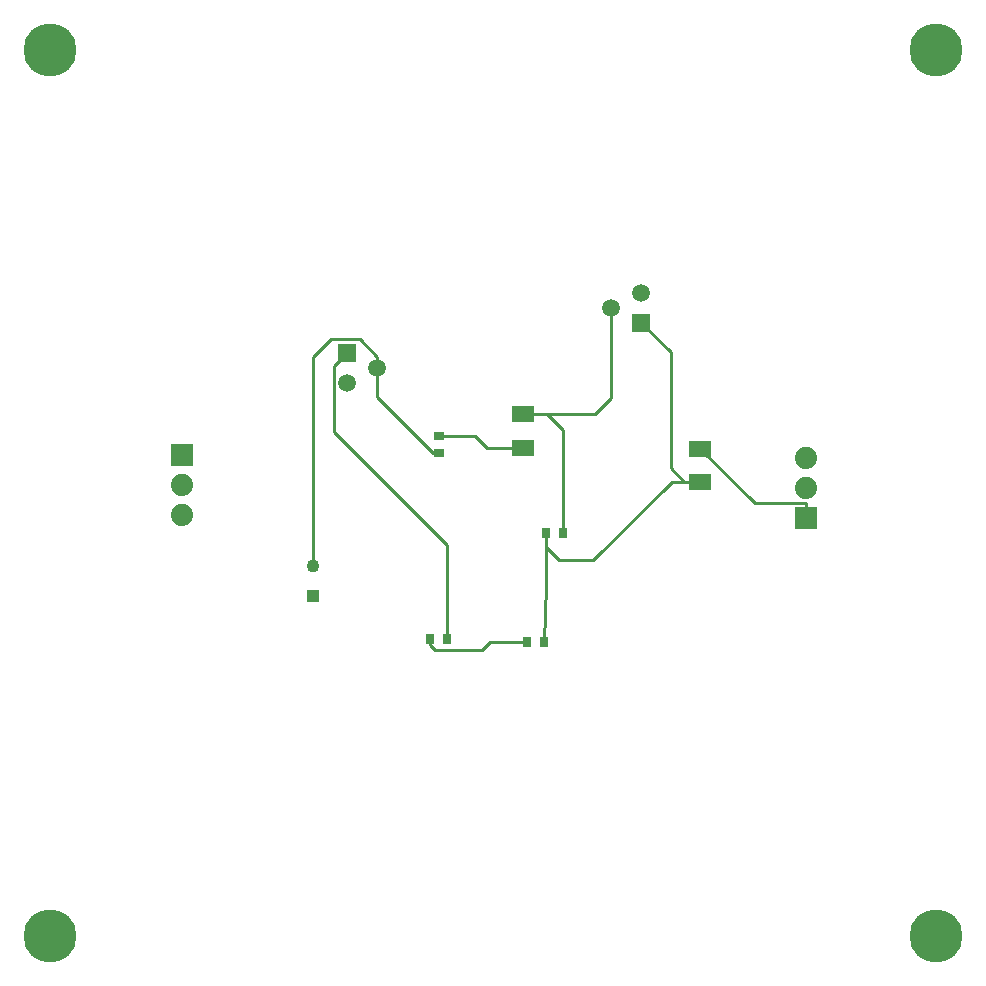
<source format=gbr>
G04*
G04 #@! TF.GenerationSoftware,Altium Limited,Altium Designer,24.2.2 (26)*
G04*
G04 Layer_Physical_Order=1*
G04 Layer_Color=255*
%FSLAX45Y45*%
%MOMM*%
G71*
G04*
G04 #@! TF.SameCoordinates,7AAD8A9D-A8BC-4A06-A169-5CC17A717069*
G04*
G04*
G04 #@! TF.FilePolarity,Positive*
G04*
G01*
G75*
%ADD14C,0.25400*%
%ADD15R,0.65000X0.90000*%
%ADD16R,1.91000X1.37000*%
%ADD17R,0.90000X0.65000*%
%ADD28R,1.49860X1.49860*%
%ADD29C,1.49860*%
%ADD30R,1.87960X1.87960*%
%ADD31C,1.87960*%
%ADD32R,1.10000X1.10000*%
%ADD33C,1.10000*%
%ADD34C,4.50000*%
D14*
X12443176Y9738502D02*
X12573000D01*
X12334240D02*
X12443176D01*
X11268598Y8860678D02*
Y9186022D01*
X11277600Y10312400D02*
X11684000D01*
X11074400D02*
X11277600D01*
X11252200Y8382000D02*
X11268598Y8860678D01*
X9296400Y9025702D02*
Y10795000D01*
X9448800Y10947400D01*
X9695180D01*
X9842500Y10800080D01*
Y10706100D02*
Y10800080D01*
X10312400Y9985898D02*
X10363200D01*
X9842500Y10455798D02*
X10312400Y9985898D01*
X9842500Y10455798D02*
Y10706100D01*
X11268598Y9186022D02*
Y9309100D01*
Y9186022D02*
X11379200Y9075420D01*
X11671158D01*
X12334240Y9738502D01*
X11823700Y10452100D02*
Y11214100D01*
X11684000Y10312400D02*
X11823700Y10452100D01*
X13474699Y9436100D02*
Y9558020D01*
X13037679D02*
X13474699D01*
X12573000Y10022698D02*
X13037679Y9558020D01*
X12077700Y11087100D02*
X12326478Y10838322D01*
Y9855200D02*
Y10838322D01*
Y9855200D02*
X12443176Y9738502D01*
X9474200Y10718800D02*
X9588500Y10833100D01*
X9474200Y10163922D02*
Y10718800D01*
Y10163922D02*
X10435702Y9202420D01*
Y8407400D02*
Y9202420D01*
X11413602Y9309100D02*
Y10176398D01*
X11277600Y10312400D02*
X11413602Y10176398D01*
X10792460Y8382000D02*
X11107202D01*
X10726420Y8315960D02*
X10792460Y8382000D01*
X10331338Y8315960D02*
X10726420D01*
X10290698Y8356600D02*
X10331338Y8315960D01*
X10290698Y8356600D02*
Y8407400D01*
X10768162Y10028199D02*
X11074400D01*
X10665460Y10130902D02*
X10768162Y10028199D01*
X10363200Y10130902D02*
X10665460D01*
D15*
X11252200Y8382000D02*
D03*
X11107202D02*
D03*
X10435702Y8407400D02*
D03*
X10290698D02*
D03*
X11413602Y9309100D02*
D03*
X11268598D02*
D03*
D16*
X11074400Y10028199D02*
D03*
Y10312400D02*
D03*
X12573000Y9738502D02*
D03*
Y10022698D02*
D03*
D17*
X10363200Y9985898D02*
D03*
Y10130902D02*
D03*
D28*
X9588500Y10833100D02*
D03*
X12077700Y11087100D02*
D03*
D29*
X9842500Y10706100D02*
D03*
X9588500Y10579100D02*
D03*
X11823700Y11214100D02*
D03*
X12077700Y11341100D02*
D03*
D30*
X8191500Y9969500D02*
D03*
X13474699Y9436100D02*
D03*
D31*
X8191500Y9715500D02*
D03*
Y9461500D02*
D03*
X13474699Y9690100D02*
D03*
Y9944100D02*
D03*
D32*
X9296400Y8775700D02*
D03*
D33*
Y9025702D02*
D03*
D34*
X14571599Y5895848D02*
D03*
Y13395848D02*
D03*
X7071599Y5895848D02*
D03*
Y13395848D02*
D03*
M02*

</source>
